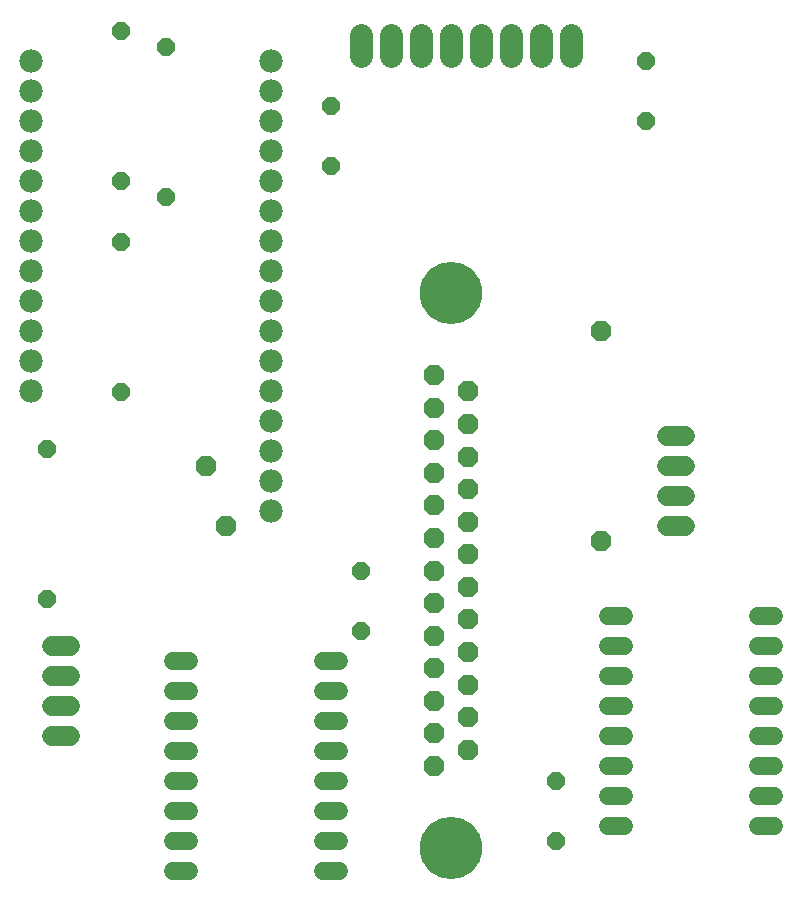
<source format=gbr>
G04 EAGLE Gerber RS-274X export*
G75*
%MOMM*%
%FSLAX34Y34*%
%LPD*%
%INSoldermask Bottom*%
%IPPOS*%
%AMOC8*
5,1,8,0,0,1.08239X$1,22.5*%
G01*
%ADD10P,1.869504X8X112.500000*%
%ADD11C,5.283200*%
%ADD12C,1.727200*%
%ADD13C,1.511200*%
%ADD14C,1.981200*%
%ADD15C,1.981200*%
%ADD16P,1.649562X8X112.500000*%
%ADD17P,1.649562X8X292.500000*%
%ADD18P,1.869504X8X22.500000*%


D10*
X442976Y470408D03*
X442976Y442722D03*
X442976Y415290D03*
X442976Y387604D03*
X442976Y359918D03*
X442976Y332486D03*
X442976Y304800D03*
X442976Y277114D03*
X442976Y249682D03*
X442976Y221996D03*
X442976Y194310D03*
X442976Y166878D03*
X442976Y139192D03*
X471424Y456692D03*
X471424Y429006D03*
X471424Y401320D03*
X471424Y373888D03*
X471424Y346202D03*
X471424Y318516D03*
X471424Y291084D03*
X471424Y263398D03*
X471424Y235712D03*
X471424Y208280D03*
X471424Y180594D03*
X471424Y152908D03*
D11*
X457200Y69596D03*
X457200Y540004D03*
D12*
X640080Y342900D02*
X655320Y342900D01*
X655320Y368300D02*
X640080Y368300D01*
X640080Y393700D02*
X655320Y393700D01*
X655320Y419100D02*
X640080Y419100D01*
X134620Y241300D02*
X119380Y241300D01*
X119380Y215900D02*
X134620Y215900D01*
X134620Y190500D02*
X119380Y190500D01*
X119380Y165100D02*
X134620Y165100D01*
D13*
X717360Y88900D02*
X730440Y88900D01*
X730440Y114300D02*
X717360Y114300D01*
X717360Y139700D02*
X730440Y139700D01*
X730440Y165100D02*
X717360Y165100D01*
X717360Y190500D02*
X730440Y190500D01*
X730440Y215900D02*
X717360Y215900D01*
X717360Y241300D02*
X730440Y241300D01*
X730440Y266700D02*
X717360Y266700D01*
X603440Y266700D02*
X590360Y266700D01*
X590360Y241300D02*
X603440Y241300D01*
X603440Y215900D02*
X590360Y215900D01*
X590360Y190500D02*
X603440Y190500D01*
X603440Y165100D02*
X590360Y165100D01*
X590360Y139700D02*
X603440Y139700D01*
X603440Y114300D02*
X590360Y114300D01*
X590360Y88900D02*
X603440Y88900D01*
X235140Y228600D02*
X222060Y228600D01*
X222060Y203200D02*
X235140Y203200D01*
X235140Y177800D02*
X222060Y177800D01*
X222060Y152400D02*
X235140Y152400D01*
X235140Y127000D02*
X222060Y127000D01*
X222060Y101600D02*
X235140Y101600D01*
X235140Y76200D02*
X222060Y76200D01*
X222060Y50800D02*
X235140Y50800D01*
X349060Y50800D02*
X362140Y50800D01*
X362140Y76200D02*
X349060Y76200D01*
X349060Y101600D02*
X362140Y101600D01*
X362140Y127000D02*
X349060Y127000D01*
X349060Y152400D02*
X362140Y152400D01*
X362140Y177800D02*
X349060Y177800D01*
X349060Y203200D02*
X362140Y203200D01*
X362140Y228600D02*
X349060Y228600D01*
D14*
X482600Y740410D02*
X482600Y758190D01*
X457200Y758190D02*
X457200Y740410D01*
X508000Y740410D02*
X508000Y758190D01*
X533400Y758190D02*
X533400Y740410D01*
X558800Y740410D02*
X558800Y758190D01*
X431800Y758190D02*
X431800Y740410D01*
X406400Y740410D02*
X406400Y758190D01*
X381000Y758190D02*
X381000Y740410D01*
D15*
X304800Y355600D03*
X304800Y381000D03*
X304800Y406400D03*
X304800Y431800D03*
X304800Y457200D03*
X304800Y482600D03*
X304800Y508000D03*
X304800Y533400D03*
X304800Y558800D03*
X304800Y584200D03*
X304800Y609600D03*
X304800Y635000D03*
X304800Y660400D03*
X304800Y685800D03*
X304800Y711200D03*
X304800Y736600D03*
X101600Y736600D03*
X101600Y711200D03*
X101600Y685800D03*
X101600Y660400D03*
X101600Y635000D03*
X101600Y609600D03*
X101600Y584200D03*
X101600Y558800D03*
X101600Y533400D03*
X101600Y508000D03*
X101600Y482600D03*
X101600Y457200D03*
D16*
X215900Y621030D03*
X215900Y748030D03*
X177800Y635000D03*
X177800Y762000D03*
X115570Y280670D03*
X115570Y407670D03*
X177800Y455930D03*
X177800Y582930D03*
X546100Y76200D03*
X546100Y127000D03*
D17*
X381000Y304800D03*
X381000Y254000D03*
D16*
X355600Y647700D03*
X355600Y698500D03*
X622300Y685800D03*
X622300Y736600D03*
D18*
X250190Y393700D03*
X266700Y342900D03*
X584200Y508000D03*
X584200Y330200D03*
M02*

</source>
